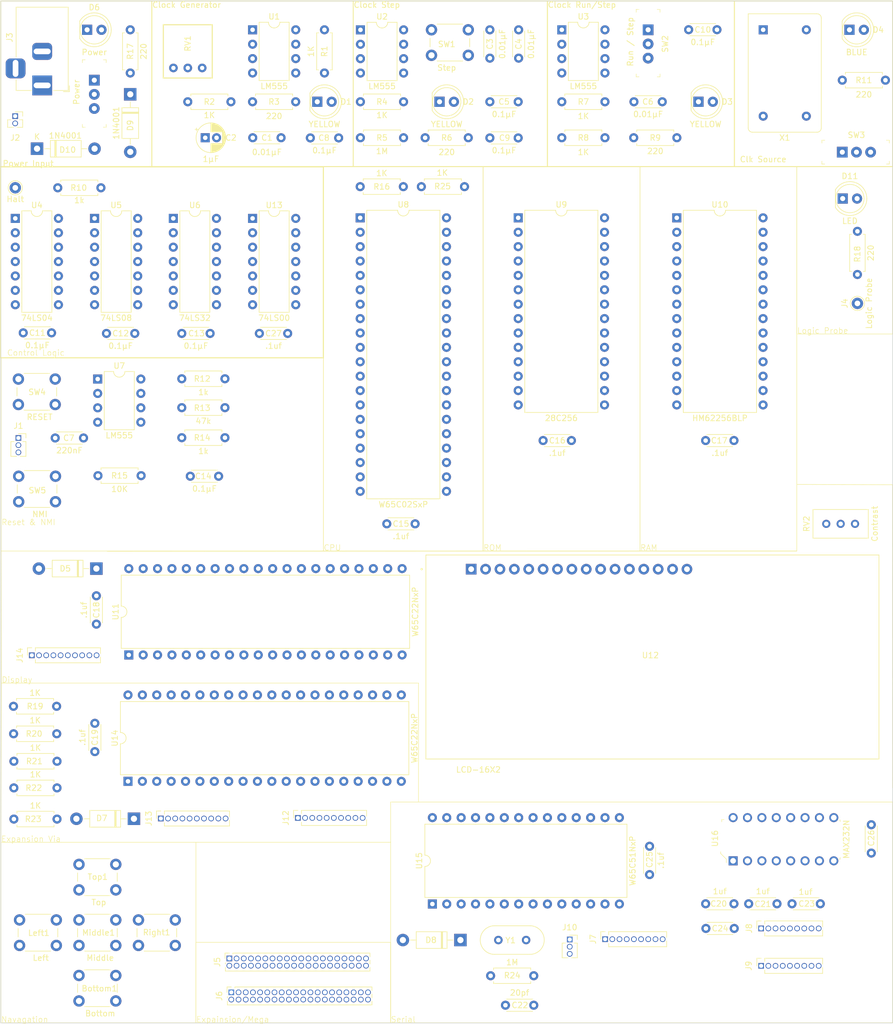
<source format=kicad_pcb>
(kicad_pcb (version 20240108) (generator "pcbnew") (generator_version "8.0")
  (layers (0 "F.Cu" signal) (31 "B.Cu" signal) (34 "B.Paste" user) (35 "F.Paste" user) (36 "B.SilkS" user "B.Silkscreen") (37 "F.SilkS" user "F.Silkscreen") (38 "B.Mask" user) (39 "F.Mask" user) (44 "Edge.Cuts" user))
  (net 0 "")
  (net 1 "VCC")
  (net 2 "GND")
  (net 3 "Net-(U2-CV)")
  (net 4 "Net-(U2-DIS)")
  (net 5 "Net-(U3-CV)")
  (net 6 "Net-(U1-CV)")
  (net 7 "Net-(U1-THR)")
  (net 8 "Net-(U2-TR)")
  (net 9 "Earth")
  (net 10 "+5V")
  (net 11 "Net-(D1-K)")
  (net 12 "Net-(D1-A)")
  (net 13 "Net-(D2-K)")
  (net 14 "Net-(D2-A)")
  (net 15 "Net-(D3-K)")
  (net 16 "Net-(D3-A)")
  (net 17 "Net-(D4-K)")
  (net 18 "Net-(D4-A)")
  (net 19 "Net-(D5-K)")
  (net 20 "Net-(D7-K)")
  (net 21 "Net-(D11-A)")
  (net 22 "/Sync")
  (net 23 "Net-(U7-THR)")
  (net 24 "/BE")
  (net 25 "Net-(J4-Pin_1)")
  (net 26 "Net-(U16-C1-)")
  (net 27 "Net-(U1-DIS)")
  (net 28 "Net-(R2-Pad1)")
  (net 29 "Net-(SW2-A)")
  (net 30 "Net-(SW2-C)")
  (net 31 "Net-(U16-C1+)")
  (net 32 "Net-(U16-C2-)")
  (net 34 "Net-(SW3-A)")
  (net 35 "Net-(U16-C2+)")
  (net 37 "Net-(U4-Pad2)")
  (net 38 "Net-(U15-XTAL2)")
  (net 39 "/Clock/~{CLK}")
  (net 40 "Net-(U5-Pad3)")
  (net 41 "Net-(U5-Pad6)")
  (net 42 "Net-(U5-Pad9)")
  (net 43 "Net-(U16-VS-)")
  (net 44 "Net-(U16-VS+)")
  (net 45 "Net-(D6-A)")
  (net 46 "Net-(D8-K)")
  (net 47 "Net-(J1-Pin_1)")
  (net 50 "Net-(U11-PB5)")
  (net 51 "Net-(U11-PB6)")
  (net 56 "Net-(U11-PB0)")
  (net 57 "Net-(U11-PB1)")
  (net 58 "Net-(U11-PB2)")
  (net 59 "Net-(U11-PB3)")
  (net 68 "Net-(J7-Pin_1)")
  (net 73 "Net-(J7-Pin_2)")
  (net 74 "Net-(J7-Pin_3)")
  (net 75 "Net-(J7-Pin_4)")
  (net 76 "Net-(J7-Pin_6)")
  (net 77 "Net-(J10-Pin_1)")
  (net 78 "Net-(J7-Pin_8)")
  (net 80 "Net-(J8-Pin_1)")
  (net 81 "Net-(J8-Pin_2)")
  (net 82 "Net-(J8-Pin_3)")
  (net 83 "Net-(J8-Pin_4)")
  (net 84 "Net-(J8-Pin_6)")
  (net 86 "Net-(J8-Pin_7)")
  (net 87 "Net-(J8-Pin_8)")
  (net 88 "Net-(J8-Pin_9)")
  (net 89 "Net-(J10-Pin_2)")
  (net 90 "/RTSVia")
  (net 91 "Net-(R12-Pad2)")
  (net 92 "Net-(U8-~{NMI})")
  (net 93 "Net-(U8-RDY)")
  (net 94 "Net-(U15-XTAL1)")
  (net 95 "Net-(U12-VO)")
  (net 97 "Net-(U4-Pad6)")
  (net 98 "/CS2Via2")
  (net 99 "Net-(U9-~{OE})")
  (net 100 "Net-(U10-~{OE})")
  (net 101 "/CS2")
  (net 110 "Net-(U9-~{CS})")
  (net 111 "Net-(U10-~{CS})")
  (net 112 "/A13")
  (net 113 "/A14")
  (net 114 "/A0")
  (net 115 "/A1")
  (net 116 "/A2")
  (net 117 "/A3")
  (net 118 "/A4")
  (net 119 "/A5")
  (net 120 "/A6")
  (net 121 "/A7")
  (net 122 "/A8")
  (net 123 "/A9")
  (net 124 "/A10")
  (net 125 "/A11")
  (net 126 "/A12")
  (net 127 "/A15")
  (net 128 "/D7")
  (net 129 "/D6")
  (net 130 "/D5")
  (net 131 "/D4")
  (net 132 "/D3")
  (net 133 "/D2")
  (net 134 "/D1")
  (net 135 "/D0")
  (net 136 "/Reset")
  (net 137 "/IRQ")
  (net 138 "/R{slash}W")
  (net 139 "/CLK")
  (net 140 "/HLT")
  (net 154 "Net-(J1-Pin_3)")
  (net 155 "Net-(D9-A)")
  (net 156 "Net-(D9-K)")
  (net 157 "/Clock/Halt")
  (net 158 "Net-(D10-K)")
  (net 159 "Net-(J13-Pin_6)")
  (net 160 "Net-(J12-Pin_7)")
  (net 161 "Net-(J12-Pin_6)")
  (net 162 "Net-(J12-Pin_4)")
  (net 163 "Net-(J12-Pin_8)")
  (net 164 "Net-(J12-Pin_9)")
  (net 165 "Net-(J12-Pin_2)")
  (net 166 "Net-(J12-Pin_5)")
  (net 167 "Net-(J12-Pin_3)")
  (net 168 "Net-(J13-Pin_2)")
  (net 169 "Net-(J13-Pin_4)")
  (net 170 "Net-(J13-Pin_7)")
  (net 171 "Net-(J13-Pin_3)")
  (net 172 "Net-(J13-Pin_5)")
  (net 173 "Net-(J13-Pin_8)")
  (net 174 "Net-(J13-Pin_9)")
  (net 175 "Net-(J14-Pin_4)")
  (net 176 "Net-(J14-Pin_7)")
  (net 177 "Net-(J14-Pin_9)")
  (net 178 "Net-(J14-Pin_3)")
  (net 179 "Net-(J14-Pin_6)")
  (net 180 "Net-(J14-Pin_5)")
  (net 181 "Net-(J14-Pin_8)")
  (net 182 "Net-(U13-Pad12)")
  (footprint "Resistor_THT:R_Axial_DIN0207_L6.3mm_D2.5mm_P7.62mm_Horizontal" (layer "F.Cu") (at 86.32 48 180)
    (property "Reference" "R16")
    (property "Value" "1K")
  )
  (footprint "Package_DIP:DIP-8_W7.62mm" (layer "F.Cu") (at 59.7 20.32)
    (property "Reference" "U1")
    (property "Value" "LM555")
  )
  (footprint "Capacitor_THT:C_Disc_D4.3mm_W1.9mm_P5.00mm" (layer "F.Cu") (at 101.6 25.32 90)
    (property "Reference" "C3")
    (property "Value" "0.01µF")
  )
  (footprint "Capacitor_THT:C_Disc_D4.3mm_W1.9mm_P5.00mm" (layer "F.Cu") (at 69.9 39.4)
    (property "Reference" "C8")
    (property "Value" "0.1µF")
  )
  (footprint "Capacitor_THT:CP_Radial_D5.0mm_P2.00mm" (layer "F.Cu") (at 51.34 39.37)
    (property "Reference" "C2")
    (property "Value" "1µF")
  )
  (footprint "Package_DIP:DIP-14_W7.62mm" (layer "F.Cu") (at 59.7 53.6)
    (property "Reference" "U13")
    (property "Value" "74LS00")
  )
  (footprint "Package_DIP:DIP-8_W7.62mm" (layer "F.Cu") (at 114.3 20.32)
    (property "Reference" "U3")
    (property "Value" "LM555")
  )
  (footprint "Capacitor_THT:C_Disc_D4.3mm_W1.9mm_P5.00mm" (layer "F.Cu") (at 144.7 174.55 180)
    (property "Reference" "C20")
    (property "Value" "1uf")
  )
  (footprint "Capacitor_THT:C_Disc_D4.3mm_W1.9mm_P5.00mm" (layer "F.Cu") (at 33.9 73.9)
    (property "Reference" "C12")
    (property "Value" "0.1µF")
  )
  (footprint "Connector_Pin:Pin_D1.0mm_L10.0mm" (layer "F.Cu") (at 17.8 48.2)
    (property "Reference" "J11" (hide yes))
    (property "Value" "Halt")
  )
  (footprint "digikey-footprints:Switch_Slide_11.6x4mm_EG1218" (layer "F.Cu") (at 129.54 20.32 -90)
    (property "Reference" "SW2")
    (property "Value" "Run / Step")
  )
  (footprint "Button_Switch_THT:SW_PUSH_6mm_H5mm" (layer "F.Cu") (at 18.35 81.95)
    (property "Reference" "SW4")
    (property "Value" "RESET")
  )
  (footprint "Package_DIP:DIP-28_W15.24mm" (layer "F.Cu") (at 134.6 53.5)
    (property "Reference" "U10")
    (property "Value" "HM62256BLP")
  )
  (footprint "Resistor_THT:R_Axial_DIN0207_L6.3mm_D2.5mm_P7.62mm_Horizontal" (layer "F.Cu") (at 25.17 159.6 180)
    (property "Reference" "R23")
    (property "Value" "1K")
  )
  (footprint "Resistor_THT:R_Axial_DIN0207_L6.3mm_D2.5mm_P7.62mm_Horizontal" (layer "F.Cu") (at 72.39 20.32 -90)
    (property "Reference" "R1")
    (property "Value" "1K")
  )
  (footprint "Capacitor_THT:C_Disc_D4.3mm_W1.9mm_P5.00mm" (layer "F.Cu") (at 129.8 164.4 -90)
    (property "Reference" "C25")
    (property "Value" ".1uf")
  )
  (footprint "Capacitor_THT:C_Disc_D4.3mm_W1.9mm_P5.00mm" (layer "F.Cu") (at 64.73 39.37 180)
    (property "Reference" "C1")
    (property "Value" "0.01µF")
  )
  (footprint "Button_Switch_THT:SW_PUSH_6mm_H5mm" (layer "F.Cu") (at 39.55 177.4)
    (property "Reference" "Right1")
    (property "Value" "Right")
  )
  (footprint "Resistor_THT:R_Axial_DIN0207_L6.3mm_D2.5mm_P7.62mm_Horizontal" (layer "F.Cu") (at 32.92 48.2 180)
    (property "Reference" "R10")
    (property "Value" "1k")
  )
  (footprint "Capacitor_THT:C_Disc_D4.3mm_W1.9mm_P5.00mm" (layer "F.Cu") (at 127.04 33.02)
    (property "Reference" "C6")
    (property "Value" "0.01µF")
  )
  (footprint "Connector_BarrelJack:BarrelJack_Horizontal" (layer "F.Cu") (at 22.5475 30.13 -90)
    (property "Reference" "J3")
    (property "Value" "Barrel Jack" (hide yes))
  )
  (footprint "Capacitor_THT:C_Disc_D4.3mm_W1.9mm_P5.00mm" (layer "F.Cu") (at 109.35 192.45 180)
    (property "Reference" "C22")
    (property "Value" "20pf")
  )
  (footprint "Connector_PinSocket_1.27mm:PinSocket_1x10_P1.27mm_Vertical" (layer "F.Cu") (at 43.5 159.5 90)
    (property "Reference" "J13")
    (property "Value" "Conn_01x10" (hide yes))
  )
  (footprint "Resistor_THT:R_Axial_DIN0207_L6.3mm_D2.5mm_P7.62mm_Horizontal" (layer "F.Cu") (at 25.12 144.55 180)
    (property "Reference" "R20")
    (property "Value" "1K")
  )
  (footprint "Package_DIP:DIP-14_W7.62mm" (layer "F.Cu") (at 45.7 53.6)
    (property "Reference" "U6")
    (property "Value" "74LS32")
  )
  (footprint "Resistor_THT:R_Axial_DIN0207_L6.3mm_D2.5mm_P7.62mm_Horizontal" (layer "F.Cu") (at 25.17 149.4 180)
    (property "Reference" "R21")
    (property "Value" "1K")
  )
  (footprint "Connector_PinSocket_1.27mm:PinSocket_1x10_P1.27mm_Vertical" (layer "F.Cu") (at 67.7 159.4 90)
    (property "Reference" "J12")
    (property "Value" "Conn_01x10" (hide yes))
  )
  (footprint "Capacitor_THT:C_Disc_D4.3mm_W1.9mm_P5.00mm" (layer "F.Cu") (at 106.68 25.32 90)
    (property "Reference" "C4")
    (property "Value" "0.01µF")
  )
  (footprint "Diode_THT:D_DO-41_SOD81_P10.16mm_Horizontal" (layer "F.Cu") (at 38.1 31.7 -90)
    (property "Reference" "D9")
    (property "Value" "1N4001")
  )
  (footprint "Connector_PinSocket_1.27mm:PinSocket_2x20_P1.27mm_Vertical" (layer "F.Cu") (at 55.6 184.2 90)
    (property "Reference" "J5")
    (property "Value" "Conn_02x20_Counter_Clockwise" (hide yes))
  )
  (footprint "Button_Switch_THT:SW_PUSH_6mm_H5mm" (layer "F.Cu") (at 29.05 177.4)
    (property "Reference" "Middle1")
    (property "Value" "Middle")
  )
  (footprint "Capacitor_THT:C_Disc_D4.3mm_W1.9mm_P5.00mm" (layer "F.Cu") (at 111 92.8)
    (property "Reference" "C16")
    (property "Value" ".1uf")
  )
  (footprint "Capacitor_THT:C_Disc_D4.3mm_W1.9mm_P5.00mm" (layer "F.Cu") (at 60.9 73.9)
    (property "Reference" "C27")
    (property "Value" ".1uf")
  )
  (footprint "LED_THT:LED_D5.0mm" (layer "F.Cu") (at 138.43 33.02)
    (property "Reference" "D3")
    (property "Value" "YELLOW")
  )
  (footprint "Resistor_THT:R_Axial_DIN0207_L6.3mm_D2.5mm_P7.62mm_Horizontal" (layer "F.Cu") (at 121.92 39.37 180)
    (property "Reference" "R8")
    (property "Value" "1K")
  )
  (footprint "Capacitor_THT:C_Disc_D4.3mm_W1.9mm_P5.00mm" (layer "F.Cu") (at 47.2 73.9)
    (property "Reference" "C13")
    (property "Value" "0.1µF")
  )
  (footprint "Capacitor_THT:C_Disc_D4.3mm_W1.9mm_P5.00mm" (layer "F.Cu") (at 139.75 178.9)
    (property "Reference" "C24")
    (property "Value" "1uf")
  )
  (footprint "LED_THT:LED_D5.0mm" (layer "F.Cu") (at 92.71 33.02)
    (property "Reference" "D2")
    (property "Value" "YELLOW")
  )
  (footprint "Connector_PinSocket_1.27mm:PinSocket_1x02_P1.27mm_Vertical" (layer "F.Cu") (at 17.78 35.56)
    (property "Reference" "J2")
    (property "Value" "Conn_01x02" (hide yes))
  )
  (footprint "Capacitor_THT:C_Disc_D4.3mm_W1.9mm_P5.00mm" (layer "F.Cu") (at 152.3 174.55 180)
    (property "Reference" "C21")
    (property "Value" "1uf")
  )
  (footprint "Package_DIP:DIP-40_W15.24mm" (layer "F.Cu") (at 78.7 53.5)
    (property "Reference" "U8")
    (property "Value" "W65C02SxP")
  )
  (footprint "Resistor_THT:R_Axial_DIN0207_L6.3mm_D2.5mm_P7.62mm_Horizontal" (layer "F.Cu") (at 171.45 29.21 180)
    (property "Reference" "R11")
    (property "Value" "220")
  )
  (footprint "Resistor_THT:R_Axial_DIN0207_L6.3mm_D2.5mm_P7.62mm_Horizontal" (layer "F.Cu") (at 109.35 187.25 180)
    (property "Reference" "R24")
    (property "Value" "1M")
  )
  (footprint "LED_THT:LED_D5.0mm" (layer "F.Cu") (at 71.12 33.02)
    (property "Reference" "D1")
    (property "Value" "YELLOW")
  )
  (footprint "Resistor_THT:R_Axial_DIN0207_L6.3mm_D2.5mm_P7.62mm_Horizontal" (layer "F.Cu") (at 25.17 154.1 180)
    (property "Reference" "R22")
    (property "Value" "1K")
  )
  (footprint "Package_DIP:DIP-40_W15.24mm" (layer "F.Cu") (at 37.7 152.94 90)
    (property "Reference" "U14")
    (property "Value" "W65C22NxP")
  )
  (footprint "Connector_PinSocket_1.27mm:PinSocket_1x10_P1.27mm_Vertical" (layer "F.Cu") (at 20.72 130.7 90)
    (property "Reference" "J14")
    (property "Value" "Conn_01x10" (hide yes))
  )
  (footprint "Capacitor_THT:C_Disc_D4.3mm_W1.9mm_P5.00mm" (layer "F.Cu") (at 83.4 107.5)
    (property "Reference" "C15")
    (property "Value" ".1uf")
  )
  (footprint "Button_Switch_THT:SW_PUSH_6mm_H5mm" (layer "F.Cu") (at 18.4 99.1)
    (property "Reference" "SW5")
    (property "Value" "NMI")
  )
  (footprint "Connector_Pin:Pin_D1.0mm_L10.0mm" (layer "F.Cu") (at 166.5 68.6 -90)
    (property "Reference" "J4")
    (property "Value" "Logic Probe")
  )
  (footprint "Diode_THT:D_DO-41_SOD81_P10.16mm_Horizontal" (layer "F.Cu") (at 96.4 180.95 180)
    (property "Reference" "D8")
    (property "Value" "SB140" (hide yes))
  )
  (footprint "Package_DIP:DIP-28_W15.24mm" (layer "F.Cu") (at 91.45 174.59 90)
    (property "Reference" "U15")
    (property "Value" "W65C51NxP")
  )
  (footprint "LED_THT:LED_D5.0mm" (layer "F.Cu") (at 30.48 20.32)
    (property "Reference" "D6")
    (property "Value" "Power")
  )
  (footprint "Capacitor_THT:C_Disc_D4.3mm_W1.9mm_P5.00mm" (layer "F.Cu") (at 154.95 174.55)
    (property "Reference" "C23")
    (property "Value" "1uf")
  )
  (footprint "Capacitor_THT:C_Disc_D4.3mm_W1.9mm_P5.00mm" (layer "F.Cu") (at 101.6 39.4)
    (property "Reference" "C9")
    (property "Value" "0.1µF")
  )
  (footprint "Capacitor_THT:C_Disc_D4.3mm_W1.9mm_P5.00mm" (layer "F.Cu") (at 101.6 33.02)
    (property "Reference" "C5")
    (property "Value" "0.1µF")
  )
  (footprint "Connector_PinSocket_1.27mm:PinSocket_1x09_P1.27mm_Vertical" (layer "F.Cu") (at 149.5 178.9 90)
    (property "Reference" "J8")
    (property "Value" "Conn_01x09" (hide yes))
  )
  (footprint "Resistor_THT:R_Axial_DIN0207_L6.3mm_D2.5mm_P7.62mm_Horizontal" (layer "F.Cu") (at 78.74 39.37)
    (property "Reference" "R5")
    (property "Value" "1M")
  )
  (footprint "Resistor_THT:R_Axial_DIN0207_L6.3mm_D2.5mm_P7.62mm_Horizontal" (layer "F.Cu") (at 97.79 39.37 180)
    (property "Reference" "R6")
    (property "Value" "220")
  )
  (footprint "Capacitor_THT:C_Disc_D4.3mm_W1.9mm_P5.00mm" (layer "F.Cu") (at 31.85 142.7 -90)
    (property "Reference" "C19")
    (property "Value" ".1uf")
  )
  (footprint "Connector_PinSocket_1.27mm:PinSocket_2x20_P1.27mm_Vertical" (layer "F.Cu") (at 55.95 190.18 90)
    (property "Reference" "J6")
    (property "Value" "Conn_02x20_Counter_Clockwise" (hide yes))
  )
  (footprint "Package_DIP:DIP-14_W7.62mm" (layer "F.Cu") (at 31.8 53.6)
    (property "Reference" "U5")
    (property "Value" "74LS08")
  )
  (footprint "Oscillator:Oscillator_DIP-14" (layer "F.Cu") (at 149.86 20.32 -90)
    (property "Reference" "X1")
    (property "Value" "ACO-xxxMHz" (hide yes))
  )
  (footprint "Resistor_THT:R_Axial_DIN0207_L6.3mm_D2.5mm_P7.62mm_Horizontal" (layer "F.Cu") (at 78.74 33.02)
    (property "Reference" "R4")
    (property "Value" "1K")
  )
  (footprint "LED_THT:LED_D5.0mm" (layer "F.Cu") (at 163.9 50.1)
    (property "Reference" "D11")
    (property "Value" "LED")
  )
  (footprint "Button_Switch_THT:SW_PUSH_6mm_H5mm" (layer "F.Cu") (at 29.05 187.2)
    (property "Reference" "Bottom1")
    (property "Value" "Bottom")
  )
  (footprint "Capacitor_THT:C_Disc_D4.3mm_W1.9mm_P5.00mm" (layer "F.Cu") (at 24.85 92.35)
    (property "Reference" "C7")
    (property "Value" "220nF")
  )
  (footprint "8bit-custom-footprints:Potentiometer-5.5mm" (layer "F.Cu") (at 50.8 27.051 90)
    (property "Reference" "RV1")
    (property "Value" "1M" (hide yes))
  )
  (footprint "Potentiometer_THT:Potentiometer_Bourns_3386C_Horizontal" (layer "F.Cu") (at 161 107.5 90)
    (property "Reference" "RV2")
    (property "Value" "Contrast")
  )
  (footprint "Package_DIP:DIP-8_W7.62mm" (layer "F.Cu") (at 78.75 20.33)
    (property "Reference" "U2")
    (property "Value" "LM555")
  )
  (footprint "Crystal:Crystal_HC18-U_Vertical" (layer "F.Cu") (at 108 180.95 180)
    (property "Reference" "Y1")
    (property "Value" "Crystal" (hide yes))
  )
  (footprint "Button_Switch_THT:SW_PUSH_6mm_H5mm" (layer "F.Cu") (at 18.55 177.4)
    (property "Reference" "Left1")
    (property "Value" "Left")
  )
  (footprint "Package_DIP:DIP-14_W7.62mm" (layer "F.Cu") (at 17.8 53.6)
    (property "Reference" "U4")
    (property "Value" "74LS04")
  )
  (footprint "digikey-footprints:DIP-16_W7.62mm" (layer "F.Cu") (at 144.55 166.97 90)
    (property "Reference" "U16")
    (property "Value" "MAX232N")
  )
  (footprint "Connector_PinSocket_1.27mm:PinSocket_1x09_P1.27mm_Vertical" (layer "F.Cu") (at 149.5 185.5 90)
    (property "Reference" "J9")
    (property "Value" "Conn_01x09" (hide yes))
  )
  (footprint "Resistor_THT:R_Axial_DIN0207_L6.3mm_D2.5mm_P7.62mm_Horizontal" (layer "F.Cu") (at 25.1 139.7 180)
    (property "Reference" "R19")
    (property "Value" "1K")
  )
  (footprint "Package_DIP:DIP-40_W15.24mm" (layer "F.Cu") (at 37.84 130.64 90)
    (property "Reference" "U11")
    (property "Value" "W65C22NxP")
  )
  (footprint "Capacitor_THT:C_Disc_D4.3mm_W1.9mm_P5.00mm" (layer "F.Cu") (at 32.12 120.2 -90)
    (property "Reference" "C18")
    (property "Value" ".1uf")
  )
  (footprint "Diode_THT:D_DO-41_SOD81_P10.16mm_Horizontal" (layer "F.Cu") (at 21.64 41.3)
    (property "Reference" "D10")
    (property "Value" "1N4001")
  )
  (footprint "Connector_PinSocket_1.27mm:PinSocket_1x03_P1.27mm_Vertical" (layer "F.Cu") (at 18.35 92.35)
    (property "Reference" "J1")
    (property "Value" "Conn_01x03_Pin" (hide yes))
  )
  (footprint "Resistor_THT:R_Axial_DIN0207_L6.3mm_D2.5mm_P7.62mm_Horizontal" (layer "F.Cu") (at 38.1 27.94 90)
    (property "Reference" "R17")
    (property "Value" "220")
  )
  (footprint "Capacitor_THT:C_Disc_D4.3mm_W1.9mm_P5.00mm" (layer "F.Cu") (at 136.7 20.3)
    (property "Reference" "C10")
    (property "Value" "0.1µF")
  )
  (footprint "Connector_PinSocket_1.27mm:PinSocket_1x03_P1.27mm_Vertical" (layer "F.Cu") (at 115.7 180.85)
    (property "Reference" "J10")
    (property "Value" "Conn_01x03_Pin" (hide yes))
  )
  (footprint "Button_Switch_THT:SW_PUSH_6mm_H5mm" (layer "F.Cu") (at 29.05 167.6)
    (property "Reference" "Top1")
    (property "Value" "Top")
  )
  (footprint "Diode_THT:D_DO-41_SOD81_P10.16mm_Horizontal" (layer "F.Cu") (at 32.12 115.4 180)
    (property "Reference" "D5")
    (property "Value" "SB140" (hide yes))
  )
  (footprint "Resistor_THT:R_Axial_DIN0207_L6.3mm_D2.5mm_P7.62mm_Horizontal" (layer "F.Cu") (at 166.5 63.5 90)
    (property "Reference" "R18")
    (property "Value" "220")
  )
  (footprint "digikey-footprints:Switch_Slide_11.6x4mm_EG1218" (layer "F.Cu") (at 31.75 29.21 -90)
    (property "Reference" "SW6" (hide yes))
    (property "Value" "Power")
  )
  (footprint "LED_THT:LED_D5.0mm" (layer "F.Cu") (at 165.1 20.32)
    (property "Reference" "D4")
    (property "Value" "BLUE")
  )
  (footprint "Resistor_THT:R_Axial_DIN0207_L6.3mm_D2.5mm_P7.62mm_Horizontal" (layer "F.Cu") (at 127 39.37)
    (property "Reference" "R9")
    (property "Value" "220")
  )
  (footprint "Resistor_THT:R_Axial_DIN0207_L6.3mm_D2.5mm_P7.62mm_Horizontal" (layer "F.Cu") (at 48.26 33.02)
    (property "Reference" "R2")
    (property "Value" "1K")
  )
  (footprint "Package_DIP:DIP-8_W7.62mm" (layer "F.Cu") (at 32.35 81.95)
    (property "Reference" "U7")
    (property "Value" "LM555")
  )
  (footprint "Capacitor_THT:C_Disc_D4.3mm_W1.9mm_P5.00mm" (layer "F.Cu") (at 139.7 92.8)
    (property "Reference" "C17")
    (property "Value" ".1uf")
  )
  (footprint "Resistor_THT:R_Axial_DIN0207_L6.3mm_D2.5mm_P7.62mm_Horizontal" (layer "F.Cu") (at 121.92 33.02 180)
    (property "Reference" "R7")
    (property "Value" "1K")
  )
  (footprint "8bit-custom-footprints:MODULE_LCD-16X2" (layer "F.Cu") (at 130.3 131)
    (property "Reference" "U12")
    (property "Value" "LCD-16X2")
  )
  (footprint "Resistor_THT:R_Axial_DIN0207_L6.3mm_D2.5mm_P7.62mm_Horizontal" (layer "F.Cu") (at 89.5 48)
    (property "Reference" "R25")
    (property "Value" "1K")
  )
  (footprint "Resistor_THT:R_Axial_DIN0207_L6.3mm_D2.5mm_P7.62mm_Horizontal" (layer "F.Cu") (at 47.2 87)
    (property "Reference" "R13")
    (property "Value" "47k")
  )
  (footprint "Capacitor_THT:C_Disc_D4.3mm_W1.9mm_P5.00mm" (layer "F.Cu") (at 168.95 160.6 -90)
    (property "Reference" "C26")
    (property "Value" ".1uf")
  )
  (footprint "Connector_PinSocket_1.27mm:PinSocket_1x09_P1.27mm_Vertical" (layer "F.Cu") (at 121.95 180.8 90)
    (property "Reference" "J7")
    (property "Value" "Conn_01x09" (hide yes))
  )
  (footprint "Diode_THT:D_DO-41_SOD81_P10.16mm_Horizontal" (layer "F.Cu") (at 38.75 159.55 180)
    (property "Reference" "D7")
    (property "Value" "SB140" (hide yes))
  )
  (footprint "Capacitor_THT:C_Disc_D4.3mm_W1.9mm_P5.00mm" (layer "F.Cu") (at 19.2 73.8)
    (property "Reference" "C11")
    (property "Value" "0.1µF")
  )
  (footprint "Resistor_THT:R_Axial_DIN0207_L6.3mm_D2.5mm_P7.62mm_Horizontal" (layer "F.Cu") (at 47.2 92.3)
    (property "Reference" "R14")
    (property "Value" "1k")
  )
  (footprint "Resistor_THT:R_Axial_DIN0207_L6.3mm_D2.5mm_P7.62mm_Horizontal" (layer "F.Cu") (at 59.69 33.02)
    (property "Reference" "R3")
    (property "Value" "220")
  )
  (footprint "Package_DIP:DIP-28_W15.24mm" (layer "F.Cu") (at 106.6 53.5)
    (property "Reference" "U9")
    (property "Value" "28C256")
  )
  (footprint "digikey-footprints:Switch_Slide_11.6x4mm_EG1218" (layer "F.Cu") (at 163.83 41.91)
    (property "Reference" "SW3")
    (property "Value" "Clk Source")
  )
  (footprint "Resistor_THT:R_Axial_DIN0207_L6.3mm_D2.5mm_P7.62mm_Horizontal" (layer "F.Cu") (at 47.2 81.9)
    (property "Reference" "R12")
    (property "Value" "1k")
  )
  (footprint "Capacitor_THT:C_Disc_D4.3mm_W1.9mm_P5.00mm" (layer "F.Cu") (at 48.7 99.1)
    (property "Reference" "C14")
    (property "Value" "0.1µF")
  )
  (footprint "Button_Switch_THT:SW_PUSH_6mm_H5mm" (layer "F.Cu") (at 91.29 20.32)
    (property "Reference" "SW1")
    (property "Value" "Step")
  )
  (footprint "Resistor_THT:R_Axial_DIN0207_L6.3mm_D2.5mm_P7.62mm_Horizontal" (layer "F.Cu") (at 32.4 99)
    (property "Reference" "R15")
    (property "Value" "10K")
  )
  (gr_line (start 34.05 112.35) (end 155.8 112.3) (stroke (width 0.1)) (layer "F.SilkS"))
  (gr_rect (start 41.91 15.24) (end 77.47 44.45) (stroke (width 0.15)) (fill none) (layer "F.SilkS"))
  (gr_rect (start 111.76 15.24) (end 144.78 44.45) (stroke (width 0.15)) (fill none) (layer "F.SilkS"))
  (gr_line (start 15.3 112.3) (end 15.35 135.6) (stroke (width 0.1)) (layer "F.SilkS"))
  (gr_rect (start 77.47 15.24) (end 111.76 44.45) (stroke (width 0.15)) (fill none) (layer "F.SilkS"))
  (gr_rect (start 128.1 44.5) (end 155.8 112.3) (stroke (width 0.1)) (fill none) (layer "F.SilkS"))
  (gr_rect (start 72.2 44.5) (end 100.4 112.3) (stroke (width 0.1)) (fill none) (layer "F.SilkS"))
  (gr_rect (start 49.7 181.35) (end 84.075 195.55) (stroke (width 0.1)) (fill none) (layer "F.SilkS"))
  (gr_line (start 49.7 163.7) (end 84.1 163.7) (stroke (width 0.1)) (layer "F.SilkS"))
  (gr_rect (start 84.075 156.6) (end 172.725 195.55) (stroke (width 0.1)) (fill none) (layer "F.SilkS"))
  (gr_rect (start 15.25 163.7) (end 49.7 195.55) (stroke (width 0.1)) (fill none) (layer "F.SilkS"))
  (gr_line (start 172.7 100.6) (end 172.725 154.1) (stroke (width 0.1)) (layer "F.SilkS"))
  (gr_line (start 15.25 163.7) (end 15.35 135.6) (stroke (width 0.1)) (layer "F.SilkS"))
  (gr_rect (start 144.78 15.24) (end 172.72 44.45) (stroke (width 0.15)) (fill none) (layer "F.SilkS"))
  (gr_line (start 89 135.6) (end 15.35 135.6) (stroke (width 0.1)) (layer "F.SilkS"))
  (gr_rect (start 15.3 78.2) (end 72.2 112.3) (stroke (width 0.1)) (fill none) (layer "F.SilkS"))
  (gr_rect (start 15.24 15.24) (end 41.91 44.45) (stroke (width 0.15)) (fill none) (layer "F.SilkS"))
  (gr_rect (start 100.4 44.5) (end 128.1 112.3) (stroke (width 0.1)) (fill none) (layer "F.SilkS"))
  (gr_rect (start 155.8 44.5) (end 172.7 74) (stroke (width 0.1)) (fill none) (layer "F.SilkS"))
  (gr_line (start 89 156.5) (end 89 135.6) (stroke (width 0.1)) (layer "F.SilkS"))
  (gr_line (start 155.9 100.55) (end 172.7 100.6) (stroke (width 0.1)) (layer "F.SilkS"))
  (gr_rect (start 15.2 44.5) (end 72.2 78.2) (stroke (width 0.2)) (fill none) (layer "F.SilkS"))
  (gr_rect (start 15.24 15.24) (end 172.72 195.58) (stroke (width 0.1)) (fill none) (layer "Edge.Cuts"))
  (gr_text "Reset & NMI" (at 15.3 107.8 0) (layer "F.SilkS") (effects (font (size 1 1) (thickness 0.1)) (justify left bottom)))
  (gr_text "Control Logic" (at 16.3 77.9 0) (layer "F.SilkS") (effects (font (size 1 1) (thickness 0.1)) (justify left bottom)))
  (gr_text "RAM" (at 128.1 112.3 0) (layer "F.SilkS") (effects (font (size 1 1) (thickness 0.1)) (justify left bottom)))
  (gr_text "Power Input\n" (at 15.5 44.5 0) (layer "F.SilkS") (effects (font (size 1 1)) (justify left bottom)))
  (gr_text "Serial" (at 84.075 195.55 0) (layer "F.SilkS") (effects (font (size 1 1) (thickness 0.1)) (justify left bottom)))
  (gr_text "Display" (at 15.35 135.6 0) (layer "F.SilkS") (effects (font (size 1 1) (thickness 0.1)) (justify left bottom)))
  (gr_text "CPU" (at 72.2 112.3 0) (layer "F.SilkS") (effects (font (size 1 1) (thickness 0.1)) (justify left bottom)))
  (gr_text "Navagation" (at 15.25 195.55 0) (layer "F.SilkS") (effects (font (size 1 1) (thickness 0.1)) (justify left bottom)))
  (gr_text "Clock Generator\n" (at 41.91 16.51 0) (layer "F.SilkS") (effects (font (size 1 1)) (justify left bottom)))
  (gr_text "Expansion Via" (at 15.25 163.7 0) (layer "F.SilkS") (effects (font (size 1 1) (thickness 0.1)) (justify left bottom)))
  (gr_text "ROM" (at 100.4 112.3 0) (layer "F.SilkS") (effects (font (size 1 1) (thickness 0.1)) (justify left bottom)))
  (gr_text "Clock Run/Step\n" (at 111.76 16.51 0) (layer "F.SilkS") (effects (font (size 1 1)) (justify left bottom)))
  (gr_text "Expainsion/Mega" (at 49.7 195.55 0) (layer "F.SilkS") (effects (font (size 1 1) (thickness 0.1)) (justify left bottom)))
  (gr_text "Logic Probe" (at 155.8 74 0) (layer "F.SilkS") (effects (font (size 1 1) (thickness 0.1)) (justify left bottom)))
  (gr_text "Clock Step" (at 77.47 16.51 0) (layer "F.SilkS") (effects (font (size 1 1)) (justify left bottom)))
)
</source>
